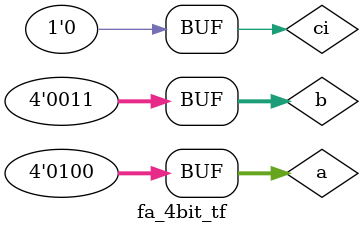
<source format=v>
`timescale 1ns / 1ps



module fa_4bit_tf;

	// Inputs
	reg [3:0] a;
	reg [3:0] b;
	reg ci;

	// Outputs
	wire [3:0] so;
	wire co;

	// Instantiate the Unit Under Test (UUT)
	fa_4bit uut (
		.a(a), 
		.b(b), 
		.ci(ci), 
		.so(so), 
		.co(co)
	);

	initial begin
		// Initialize Inputs
		a = 0;
		b = 0;
		ci = 0;

		// Wait 100 ns for global reset to finish
		#100;
        
		a=2;
		b=5;
		#30;
		
		a=20;
		b=3;
		#30;

	end
      
endmodule


</source>
